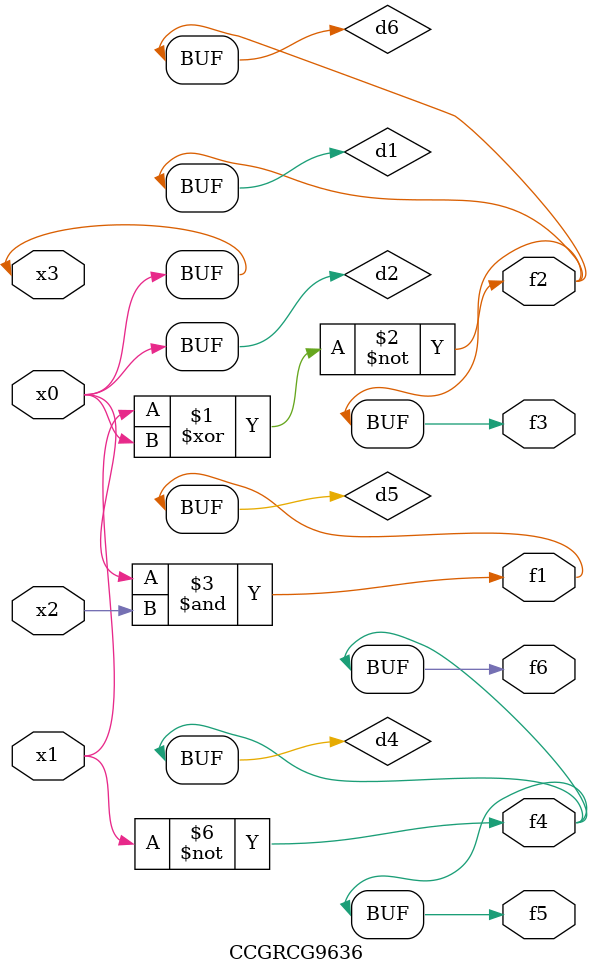
<source format=v>
module CCGRCG9636(
	input x0, x1, x2, x3,
	output f1, f2, f3, f4, f5, f6
);

	wire d1, d2, d3, d4, d5, d6;

	xnor (d1, x1, x3);
	buf (d2, x0, x3);
	nand (d3, x0, x2);
	not (d4, x1);
	nand (d5, d3);
	or (d6, d1);
	assign f1 = d5;
	assign f2 = d6;
	assign f3 = d6;
	assign f4 = d4;
	assign f5 = d4;
	assign f6 = d4;
endmodule

</source>
